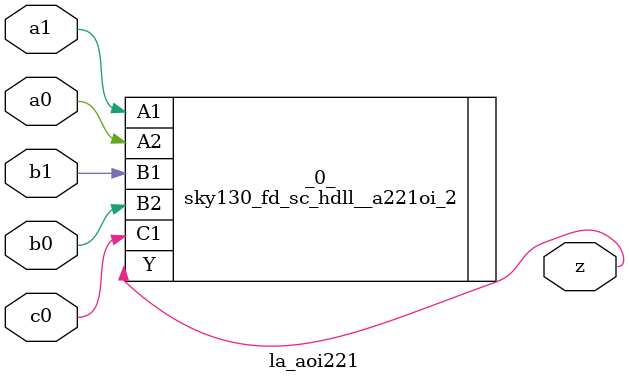
<source format=v>

/* Generated by Yosys 0.44 (git sha1 80ba43d26, g++ 11.4.0-1ubuntu1~22.04 -fPIC -O3) */

(* top =  1  *)
(* src = "generated" *)
(* keep_hierarchy *)
module la_aoi221 (
    a0,
    a1,
    b0,
    b1,
    c0,
    z
);
  (* src = "generated" *)
  input a0;
  wire a0;
  (* src = "generated" *)
  input a1;
  wire a1;
  (* src = "generated" *)
  input b0;
  wire b0;
  (* src = "generated" *)
  input b1;
  wire b1;
  (* src = "generated" *)
  input c0;
  wire c0;
  (* src = "generated" *)
  output z;
  wire z;
  sky130_fd_sc_hdll__a221oi_2 _0_ (
      .A1(a1),
      .A2(a0),
      .B1(b1),
      .B2(b0),
      .C1(c0),
      .Y (z)
  );
endmodule

</source>
